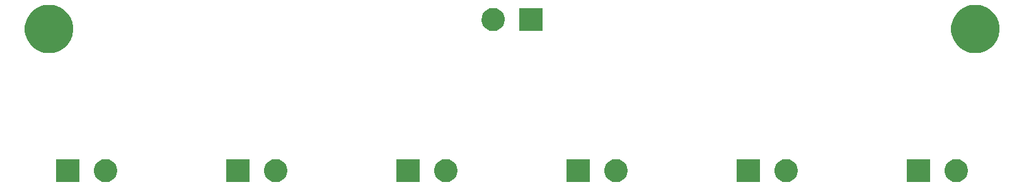
<source format=gbr>
G04 #@! TF.GenerationSoftware,KiCad,Pcbnew,5.1.6*
G04 #@! TF.CreationDate,2020-05-20T11:35:38+02:00*
G04 #@! TF.ProjectId,12V_power_dist,3132565f-706f-4776-9572-5f646973742e,rev?*
G04 #@! TF.SameCoordinates,Original*
G04 #@! TF.FileFunction,Soldermask,Bot*
G04 #@! TF.FilePolarity,Negative*
%FSLAX46Y46*%
G04 Gerber Fmt 4.6, Leading zero omitted, Abs format (unit mm)*
G04 Created by KiCad (PCBNEW 5.1.6) date 2020-05-20 11:35:38*
%MOMM*%
%LPD*%
G01*
G04 APERTURE LIST*
%ADD10C,0.100000*%
G04 APERTURE END LIST*
D10*
G36*
X212371000Y-96801000D02*
G01*
X209269000Y-96801000D01*
X209269000Y-93699000D01*
X212371000Y-93699000D01*
X212371000Y-96801000D01*
G37*
G36*
X98071000Y-96801000D02*
G01*
X94969000Y-96801000D01*
X94969000Y-93699000D01*
X98071000Y-93699000D01*
X98071000Y-96801000D01*
G37*
G36*
X101902585Y-93728802D02*
G01*
X102052410Y-93758604D01*
X102334674Y-93875521D01*
X102588705Y-94045259D01*
X102804741Y-94261295D01*
X102974479Y-94515326D01*
X103091396Y-94797590D01*
X103151000Y-95097240D01*
X103151000Y-95402760D01*
X103091396Y-95702410D01*
X102974479Y-95984674D01*
X102804741Y-96238705D01*
X102588705Y-96454741D01*
X102334674Y-96624479D01*
X102052410Y-96741396D01*
X101902585Y-96771198D01*
X101752761Y-96801000D01*
X101447239Y-96801000D01*
X101297415Y-96771198D01*
X101147590Y-96741396D01*
X100865326Y-96624479D01*
X100611295Y-96454741D01*
X100395259Y-96238705D01*
X100225521Y-95984674D01*
X100108604Y-95702410D01*
X100049000Y-95402760D01*
X100049000Y-95097240D01*
X100108604Y-94797590D01*
X100225521Y-94515326D01*
X100395259Y-94261295D01*
X100611295Y-94045259D01*
X100865326Y-93875521D01*
X101147590Y-93758604D01*
X101297415Y-93728802D01*
X101447239Y-93699000D01*
X101752761Y-93699000D01*
X101902585Y-93728802D01*
G37*
G36*
X189511000Y-96801000D02*
G01*
X186409000Y-96801000D01*
X186409000Y-93699000D01*
X189511000Y-93699000D01*
X189511000Y-96801000D01*
G37*
G36*
X193342585Y-93728802D02*
G01*
X193492410Y-93758604D01*
X193774674Y-93875521D01*
X194028705Y-94045259D01*
X194244741Y-94261295D01*
X194414479Y-94515326D01*
X194531396Y-94797590D01*
X194591000Y-95097240D01*
X194591000Y-95402760D01*
X194531396Y-95702410D01*
X194414479Y-95984674D01*
X194244741Y-96238705D01*
X194028705Y-96454741D01*
X193774674Y-96624479D01*
X193492410Y-96741396D01*
X193342585Y-96771198D01*
X193192761Y-96801000D01*
X192887239Y-96801000D01*
X192737415Y-96771198D01*
X192587590Y-96741396D01*
X192305326Y-96624479D01*
X192051295Y-96454741D01*
X191835259Y-96238705D01*
X191665521Y-95984674D01*
X191548604Y-95702410D01*
X191489000Y-95402760D01*
X191489000Y-95097240D01*
X191548604Y-94797590D01*
X191665521Y-94515326D01*
X191835259Y-94261295D01*
X192051295Y-94045259D01*
X192305326Y-93875521D01*
X192587590Y-93758604D01*
X192737415Y-93728802D01*
X192887239Y-93699000D01*
X193192761Y-93699000D01*
X193342585Y-93728802D01*
G37*
G36*
X143791000Y-96801000D02*
G01*
X140689000Y-96801000D01*
X140689000Y-93699000D01*
X143791000Y-93699000D01*
X143791000Y-96801000D01*
G37*
G36*
X147622585Y-93728802D02*
G01*
X147772410Y-93758604D01*
X148054674Y-93875521D01*
X148308705Y-94045259D01*
X148524741Y-94261295D01*
X148694479Y-94515326D01*
X148811396Y-94797590D01*
X148871000Y-95097240D01*
X148871000Y-95402760D01*
X148811396Y-95702410D01*
X148694479Y-95984674D01*
X148524741Y-96238705D01*
X148308705Y-96454741D01*
X148054674Y-96624479D01*
X147772410Y-96741396D01*
X147622585Y-96771198D01*
X147472761Y-96801000D01*
X147167239Y-96801000D01*
X147017415Y-96771198D01*
X146867590Y-96741396D01*
X146585326Y-96624479D01*
X146331295Y-96454741D01*
X146115259Y-96238705D01*
X145945521Y-95984674D01*
X145828604Y-95702410D01*
X145769000Y-95402760D01*
X145769000Y-95097240D01*
X145828604Y-94797590D01*
X145945521Y-94515326D01*
X146115259Y-94261295D01*
X146331295Y-94045259D01*
X146585326Y-93875521D01*
X146867590Y-93758604D01*
X147017415Y-93728802D01*
X147167239Y-93699000D01*
X147472761Y-93699000D01*
X147622585Y-93728802D01*
G37*
G36*
X216202585Y-93728802D02*
G01*
X216352410Y-93758604D01*
X216634674Y-93875521D01*
X216888705Y-94045259D01*
X217104741Y-94261295D01*
X217274479Y-94515326D01*
X217391396Y-94797590D01*
X217451000Y-95097240D01*
X217451000Y-95402760D01*
X217391396Y-95702410D01*
X217274479Y-95984674D01*
X217104741Y-96238705D01*
X216888705Y-96454741D01*
X216634674Y-96624479D01*
X216352410Y-96741396D01*
X216202585Y-96771198D01*
X216052761Y-96801000D01*
X215747239Y-96801000D01*
X215597415Y-96771198D01*
X215447590Y-96741396D01*
X215165326Y-96624479D01*
X214911295Y-96454741D01*
X214695259Y-96238705D01*
X214525521Y-95984674D01*
X214408604Y-95702410D01*
X214349000Y-95402760D01*
X214349000Y-95097240D01*
X214408604Y-94797590D01*
X214525521Y-94515326D01*
X214695259Y-94261295D01*
X214911295Y-94045259D01*
X215165326Y-93875521D01*
X215447590Y-93758604D01*
X215597415Y-93728802D01*
X215747239Y-93699000D01*
X216052761Y-93699000D01*
X216202585Y-93728802D01*
G37*
G36*
X166651000Y-96801000D02*
G01*
X163549000Y-96801000D01*
X163549000Y-93699000D01*
X166651000Y-93699000D01*
X166651000Y-96801000D01*
G37*
G36*
X170482585Y-93728802D02*
G01*
X170632410Y-93758604D01*
X170914674Y-93875521D01*
X171168705Y-94045259D01*
X171384741Y-94261295D01*
X171554479Y-94515326D01*
X171671396Y-94797590D01*
X171731000Y-95097240D01*
X171731000Y-95402760D01*
X171671396Y-95702410D01*
X171554479Y-95984674D01*
X171384741Y-96238705D01*
X171168705Y-96454741D01*
X170914674Y-96624479D01*
X170632410Y-96741396D01*
X170482585Y-96771198D01*
X170332761Y-96801000D01*
X170027239Y-96801000D01*
X169877415Y-96771198D01*
X169727590Y-96741396D01*
X169445326Y-96624479D01*
X169191295Y-96454741D01*
X168975259Y-96238705D01*
X168805521Y-95984674D01*
X168688604Y-95702410D01*
X168629000Y-95402760D01*
X168629000Y-95097240D01*
X168688604Y-94797590D01*
X168805521Y-94515326D01*
X168975259Y-94261295D01*
X169191295Y-94045259D01*
X169445326Y-93875521D01*
X169727590Y-93758604D01*
X169877415Y-93728802D01*
X170027239Y-93699000D01*
X170332761Y-93699000D01*
X170482585Y-93728802D01*
G37*
G36*
X120931000Y-96801000D02*
G01*
X117829000Y-96801000D01*
X117829000Y-93699000D01*
X120931000Y-93699000D01*
X120931000Y-96801000D01*
G37*
G36*
X124762585Y-93728802D02*
G01*
X124912410Y-93758604D01*
X125194674Y-93875521D01*
X125448705Y-94045259D01*
X125664741Y-94261295D01*
X125834479Y-94515326D01*
X125951396Y-94797590D01*
X126011000Y-95097240D01*
X126011000Y-95402760D01*
X125951396Y-95702410D01*
X125834479Y-95984674D01*
X125664741Y-96238705D01*
X125448705Y-96454741D01*
X125194674Y-96624479D01*
X124912410Y-96741396D01*
X124762585Y-96771198D01*
X124612761Y-96801000D01*
X124307239Y-96801000D01*
X124157415Y-96771198D01*
X124007590Y-96741396D01*
X123725326Y-96624479D01*
X123471295Y-96454741D01*
X123255259Y-96238705D01*
X123085521Y-95984674D01*
X122968604Y-95702410D01*
X122909000Y-95402760D01*
X122909000Y-95097240D01*
X122968604Y-94797590D01*
X123085521Y-94515326D01*
X123255259Y-94261295D01*
X123471295Y-94045259D01*
X123725326Y-93875521D01*
X124007590Y-93758604D01*
X124157415Y-93728802D01*
X124307239Y-93699000D01*
X124612761Y-93699000D01*
X124762585Y-93728802D01*
G37*
G36*
X219074239Y-73011467D02*
G01*
X219388282Y-73073934D01*
X219979926Y-73319001D01*
X220512392Y-73674784D01*
X220965216Y-74127608D01*
X221320999Y-74660074D01*
X221566066Y-75251718D01*
X221566066Y-75251719D01*
X221691000Y-75879803D01*
X221691000Y-76520197D01*
X221628533Y-76834239D01*
X221566066Y-77148282D01*
X221320999Y-77739926D01*
X220965216Y-78272392D01*
X220512392Y-78725216D01*
X219979926Y-79080999D01*
X219388282Y-79326066D01*
X219074239Y-79388533D01*
X218760197Y-79451000D01*
X218119803Y-79451000D01*
X217805761Y-79388533D01*
X217491718Y-79326066D01*
X216900074Y-79080999D01*
X216367608Y-78725216D01*
X215914784Y-78272392D01*
X215559001Y-77739926D01*
X215313934Y-77148282D01*
X215251467Y-76834239D01*
X215189000Y-76520197D01*
X215189000Y-75879803D01*
X215313934Y-75251719D01*
X215313934Y-75251718D01*
X215559001Y-74660074D01*
X215914784Y-74127608D01*
X216367608Y-73674784D01*
X216900074Y-73319001D01*
X217491718Y-73073934D01*
X217805761Y-73011467D01*
X218119803Y-72949000D01*
X218760197Y-72949000D01*
X219074239Y-73011467D01*
G37*
G36*
X94614239Y-73011467D02*
G01*
X94928282Y-73073934D01*
X95519926Y-73319001D01*
X96052392Y-73674784D01*
X96505216Y-74127608D01*
X96860999Y-74660074D01*
X97106066Y-75251718D01*
X97106066Y-75251719D01*
X97231000Y-75879803D01*
X97231000Y-76520197D01*
X97168533Y-76834239D01*
X97106066Y-77148282D01*
X96860999Y-77739926D01*
X96505216Y-78272392D01*
X96052392Y-78725216D01*
X95519926Y-79080999D01*
X94928282Y-79326066D01*
X94614239Y-79388533D01*
X94300197Y-79451000D01*
X93659803Y-79451000D01*
X93345761Y-79388533D01*
X93031718Y-79326066D01*
X92440074Y-79080999D01*
X91907608Y-78725216D01*
X91454784Y-78272392D01*
X91099001Y-77739926D01*
X90853934Y-77148282D01*
X90791467Y-76834239D01*
X90729000Y-76520197D01*
X90729000Y-75879803D01*
X90853934Y-75251719D01*
X90853934Y-75251718D01*
X91099001Y-74660074D01*
X91454784Y-74127608D01*
X91907608Y-73674784D01*
X92440074Y-73319001D01*
X93031718Y-73073934D01*
X93345761Y-73011467D01*
X93659803Y-72949000D01*
X94300197Y-72949000D01*
X94614239Y-73011467D01*
G37*
G36*
X160301000Y-76481000D02*
G01*
X157199000Y-76481000D01*
X157199000Y-73379000D01*
X160301000Y-73379000D01*
X160301000Y-76481000D01*
G37*
G36*
X153972585Y-73408802D02*
G01*
X154122410Y-73438604D01*
X154404674Y-73555521D01*
X154658705Y-73725259D01*
X154874741Y-73941295D01*
X155044479Y-74195326D01*
X155161396Y-74477590D01*
X155161396Y-74477591D01*
X155192607Y-74634496D01*
X155221000Y-74777240D01*
X155221000Y-75082760D01*
X155161396Y-75382410D01*
X155044479Y-75664674D01*
X154874741Y-75918705D01*
X154658705Y-76134741D01*
X154404674Y-76304479D01*
X154122410Y-76421396D01*
X153972585Y-76451198D01*
X153822761Y-76481000D01*
X153517239Y-76481000D01*
X153367415Y-76451198D01*
X153217590Y-76421396D01*
X152935326Y-76304479D01*
X152681295Y-76134741D01*
X152465259Y-75918705D01*
X152295521Y-75664674D01*
X152178604Y-75382410D01*
X152119000Y-75082760D01*
X152119000Y-74777240D01*
X152147394Y-74634496D01*
X152178604Y-74477591D01*
X152178604Y-74477590D01*
X152295521Y-74195326D01*
X152465259Y-73941295D01*
X152681295Y-73725259D01*
X152935326Y-73555521D01*
X153217590Y-73438604D01*
X153367415Y-73408802D01*
X153517239Y-73379000D01*
X153822761Y-73379000D01*
X153972585Y-73408802D01*
G37*
M02*

</source>
